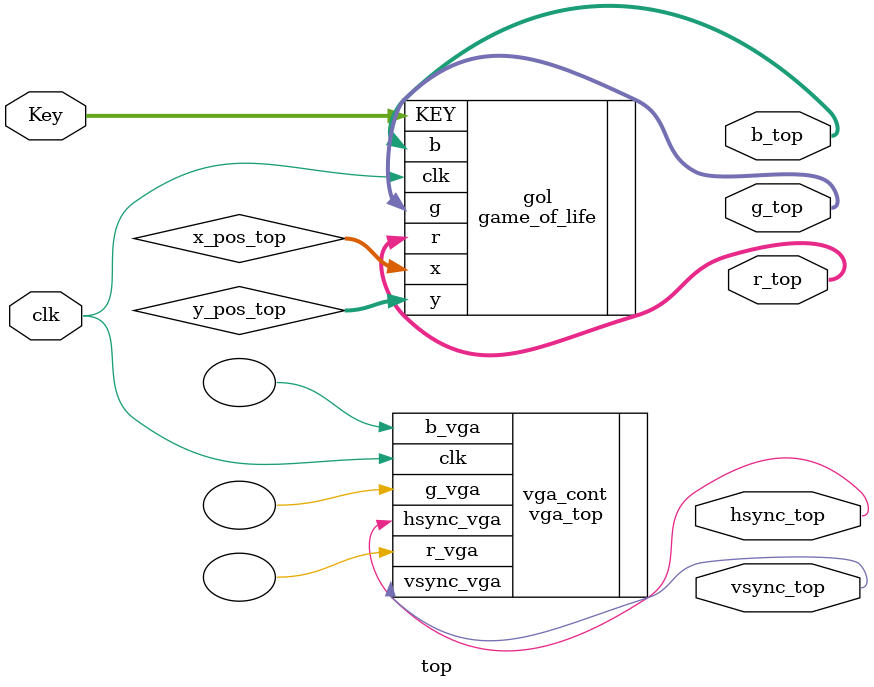
<source format=v>
`timescale 1ns / 1ps


module top(
           input clk,
           input [3:0] Key,
           output [3:0] r_top,
           output [3:0] g_top,
           output [3:0] b_top, // taken as display_grid's output 
           output hsync_top, vsync_top
    );
    //test
    wire [3:0] r_vga;
    wire [3:0] g_vga;
    wire [3:0] b_vga;
    wire [9:0] x_pos_top;
    wire [9:0] y_pos_top; // outputted from vga_controler -> input to GOL
    //wire r_top, g_top, b_top; // GOL output -> display grid -> outputted to this wire for use in TOP output to VGA
    //wire clk_25;
    wire clk_enable;
    // create LED input check
   // clk_en clk_en(.clk(clk), .en(clk_enable));
    //clk_div             clk_div(.clk(clk), .q(clk_25)); 
    vga_top             vga_cont(.clk(clk), .hsync_vga(hsync_top), .vsync_vga(vsync_top), .r_vga(), .g_vga(), .b_vga()); // instead of a universal 25clk we instantiate 2 instances of clk_div to drive our vga clock
    //vga_controller      vga(.pixel_clk(clk_25), .reset(), .inside_video(), .hsync(hsync_top), .vsync(vsync_top), .x_pos(x_pos_top), .y_pos(y_pos_top));
    game_of_life        gol(.KEY(Key), .clk(clk), .x(x_pos_top), .y(y_pos_top), .r(r_top), .g(g_top), .b(b_top));
    
endmodule
</source>
